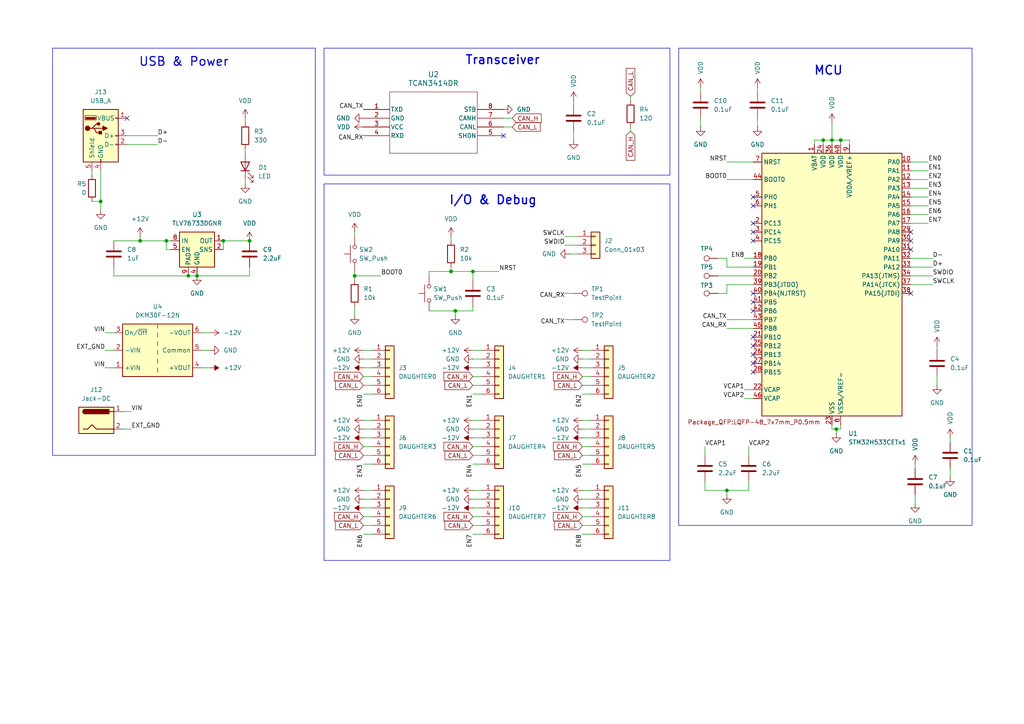
<source format=kicad_sch>
(kicad_sch (version 20231120) (generator "eeschema") (generator_version "8.0")
  (paper "A4")
  (lib_symbols
    (symbol "Connector:Jack-DC" (pin_names (offset 1.016))
      (property "Reference" "J12" (at 0 8.89 0))
      (property "Value" "Jack-DC" (at 0 6.35 0))
      (symbol "Jack-DC_1_1"
        (pin power_out line (at 7.62 2.54 180) (length 2.54) (name "~") (number "1"))
        (pin power_out line (at 7.62 -2.54 180) (length 2.54) (name "~") (number "2"))
      )
    )
    (symbol "Connector:TestPoint" (pin_numbers hide) (pin_names (offset 0.762) hide)
      (property "Reference" "TP" (at 0 6.858 0))
      (property "Value" "TestPoint" (at 0 5.08 0))
      (symbol "TestPoint_1_1"
        (pin passive line (at 0 0 90) (length 2.54) (name "1") (number "1"))
      )
    )
    (symbol "Connector:USB_A" (pin_names (offset 1.016))
      (property "Reference" "J" (at -5.08 11.43 0))
      (property "Value" "USB_A" (at -5.08 8.89 0))
      (symbol "USB_A_1_1"
        (pin power_in line (at 7.62 5.08 180) (length 2.54) (name "VBUS") (number "1"))
        (pin bidirectional line (at 7.62 -2.54 180) (length 2.54) (name "D-") (number "2"))
        (pin bidirectional line (at 7.62 0 180) (length 2.54) (name "D+") (number "3"))
        (pin power_in line (at 0 -10.16 90) (length 2.54) (name "GND") (number "4"))
        (pin passive line (at -2.54 -10.16 90) (length 2.54) (name "Shield") (number "5"))
      )
    )
    (symbol "Connector_Generic:Conn_01x03" (pin_names (offset 1.016) hide)
      (property "Reference" "J" (at 0 5.08 0))
      (property "Value" "Conn_01x03" (at 0 -5.08 0))
      (symbol "Conn_01x03_1_1"
        (pin passive line (at -5.08 2.54 0) (length 3.81) (name "Pin_1") (number "1"))
        (pin passive line (at -5.08 0 0) (length 3.81) (name "Pin_2") (number "2"))
        (pin passive line (at -5.08 -2.54 0) (length 3.81) (name "Pin_3") (number "3"))
      )
    )
    (symbol "Connector_Generic:Conn_01x06" (pin_names (offset 1.016) hide)
      (property "Reference" "J" (at 0 7.62 0))
      (property "Value" "Conn_01x06" (at 0 -10.16 0))
      (symbol "Conn_01x06_1_1"
        (pin passive line (at -5.08 5.08 0) (length 3.81) (name "Pin_1") (number "1"))
        (pin passive line (at -5.08 2.54 0) (length 3.81) (name "Pin_2") (number "2"))
        (pin passive line (at -5.08 0 0) (length 3.81) (name "Pin_3") (number "3"))
        (pin passive line (at -5.08 -2.54 0) (length 3.81) (name "Pin_4") (number "4"))
        (pin passive line (at -5.08 -5.08 0) (length 3.81) (name "Pin_5") (number "5"))
        (pin passive line (at -5.08 -7.62 0) (length 3.81) (name "Pin_6") (number "6"))
      )
    )
    (symbol "DDRLibrary:DKM30F-12N"
      (property "Reference" "U" (at -8.89 8.89 0))
      (property "Value" "DKM30F-12N" (at 8.89 8.89 0))
      (symbol "DKM30F-12N_1_1"
        (pin power_in line (at -12.7 -5.08 0) (length 2.54) (name "+VIN") (number "1"))
        (pin power_in line (at -12.7 0 0) (length 2.54) (name "-VIN") (number "2"))
        (pin input line (at -12.7 5.08 0) (length 2.54) (name "On/~{Off}") (number "3"))
        (pin power_out line (at 12.7 -5.08 180) (length 2.54) (name "+VOUT") (number "4"))
        (pin power_out line (at 12.7 0 180) (length 2.54) (name "Common") (number "5"))
        (pin power_out line (at 12.7 5.08 180) (length 2.54) (name "-VOUT") (number "6"))
      )
    )
    (symbol "DDRLibrary:PTCAN3414DR" (pin_names (offset 0.254))
      (property "Reference" "U" (at 20.32 10.16 0))
      (property "Value" "PTCAN3414DR" (at 20.32 7.62 0))
      (symbol "PTCAN3414DR_0_1"
        (pin input line (at 0 0 0) (length 7.62) (name "TXD") (number "1"))
        (pin power_in line (at 0 -5.08 0) (length 7.62) (name "VCC") (number "3"))
        (pin output line (at 0 -7.62 0) (length 7.62) (name "RXD") (number "4"))
        (pin input line (at 40.64 -7.62 180) (length 7.62) (name "SHDN") (number "5"))
        (pin bidirectional line (at 40.64 -5.08 180) (length 7.62) (name "CANL") (number "6"))
        (pin bidirectional line (at 40.64 -2.54 180) (length 7.62) (name "CANH") (number "7"))
        (pin input line (at 40.64 0 180) (length 7.62) (name "STB") (number "8"))
      )
      (symbol "PTCAN3414DR_1_1"
        (pin power_in line (at 0 -2.54 0) (length 7.62) (name "GND") (number "2"))
      )
    )
    (symbol "DDRLibrary:STM32H533CET6"
      (property "Reference" "STM32H533CETx" (at 14.478 39.878 0))
      (symbol "STM32H533CET6_1_1"
        (text private "https://www.st.com/resource/en/datasheet/stm32h533ce.pdf" (at -0.508 -6.096 0) (effects (font (size 1.27 1.27))))
        (text "Package_QFP:LQFP-48_7x7mm_P0.5mm" (at -22.606 -39.878 0) (effects (font (size 1.27 1.27))))
        (pin power_in line (at -5.08 40.64 270) (length 2.54) (name "VBAT") (number "1"))
        (pin bidirectional line (at 22.86 35.56 180) (length 2.54) (name "PA0") (number "10"))
        (pin bidirectional line (at 22.86 33.02 180) (length 2.54) (name "PA1") (number "11"))
        (pin bidirectional line (at 22.86 30.48 180) (length 2.54) (name "PA2") (number "12"))
        (pin bidirectional line (at 22.86 27.94 180) (length 2.54) (name "PA3") (number "13"))
        (pin bidirectional line (at 22.86 25.4 180) (length 2.54) (name "PA4") (number "14"))
        (pin bidirectional line (at 22.86 22.86 180) (length 2.54) (name "PA5") (number "15"))
        (pin bidirectional line (at 22.86 20.32 180) (length 2.54) (name "PA6") (number "16"))
        (pin bidirectional line (at 22.86 17.78 180) (length 2.54) (name "PA7") (number "17"))
        (pin bidirectional line (at -22.86 7.62 0) (length 2.54) (name "PB0") (number "18"))
        (pin bidirectional line (at -22.86 5.08 0) (length 2.54) (name "PB1") (number "19"))
        (pin bidirectional line (at -22.86 17.78 0) (length 2.54) (name "PC13") (number "2"))
        (pin bidirectional line (at -22.86 2.54 0) (length 2.54) (name "PB2") (number "20"))
        (pin bidirectional line (at -22.86 -15.24 0) (length 2.54) (name "PB10") (number "21"))
        (pin power_out line (at -22.86 -30.48 0) (length 2.54) (name "VCAP") (number "22"))
        (pin power_in line (at 0 -40.64 90) (length 2.54) (name "VSS") (number "23"))
        (pin power_in line (at -2.54 40.64 270) (length 2.54) (name "VDD") (number "24"))
        (pin bidirectional line (at -22.86 -17.78 0) (length 2.54) (name "PB12") (number "25"))
        (pin bidirectional line (at -22.86 -20.32 0) (length 2.54) (name "PB13") (number "26"))
        (pin bidirectional line (at -22.86 -22.86 0) (length 2.54) (name "PB14") (number "27"))
        (pin bidirectional line (at -22.86 -25.4 0) (length 2.54) (name "PB15") (number "28"))
        (pin bidirectional line (at 22.86 15.24 180) (length 2.54) (name "PA8") (number "29"))
        (pin bidirectional line (at -22.86 15.24 0) (length 2.54) (name "PC14") (number "3"))
        (pin bidirectional line (at 22.86 12.7 180) (length 2.54) (name "PA9") (number "30"))
        (pin bidirectional line (at 22.86 10.16 180) (length 2.54) (name "PA10") (number "31"))
        (pin bidirectional line (at 22.86 7.62 180) (length 2.54) (name "PA11") (number "32"))
        (pin bidirectional line (at 22.86 5.08 180) (length 2.54) (name "PA12") (number "33"))
        (pin bidirectional line (at 22.86 2.54 180) (length 2.54) (name "PA13(JTMS)") (number "34"))
        (pin passive line (at 0 -40.64 90) (length 2.54) hide (name "VSS") (number "35"))
        (pin power_in line (at 0 40.64 270) (length 2.54) (name "VDD") (number "36"))
        (pin bidirectional line (at 22.86 0 180) (length 2.54) (name "PA14(JTCK)") (number "37"))
        (pin bidirectional line (at 22.86 -2.54 180) (length 2.54) (name "PA15(JTDI)") (number "38"))
        (pin bidirectional line (at -22.86 0 0) (length 2.54) (name "PB3(JTDO)") (number "39"))
        (pin bidirectional line (at -22.86 12.7 0) (length 2.54) (name "PC15") (number "4"))
        (pin bidirectional line (at -22.86 -2.54 0) (length 2.54) (name "PB4(NJTRST)") (number "40"))
        (pin bidirectional line (at -22.86 -5.08 0) (length 2.54) (name "PB5") (number "41"))
        (pin bidirectional line (at -22.86 -7.62 0) (length 2.54) (name "PB6") (number "42"))
        (pin bidirectional line (at -22.86 -10.16 0) (length 2.54) (name "PB7") (number "43"))
        (pin input line (at -22.86 30.48 0) (length 2.54) (name "BOOT0") (number "44"))
        (pin bidirectional line (at -22.86 -12.7 0) (length 2.54) (name "PB8") (number "45"))
        (pin power_out line (at -22.86 -33.02 0) (length 2.54) (name "VCAP") (number "46"))
        (pin passive line (at 0 -40.64 90) (length 2.54) hide (name "VSS") (number "47"))
        (pin power_in line (at 2.54 40.64 270) (length 2.54) (name "VDD") (number "48"))
        (pin bidirectional line (at -22.86 25.4 0) (length 2.54) (name "PH0") (number "5"))
        (pin bidirectional line (at -22.86 22.86 0) (length 2.54) (name "PH1") (number "6"))
        (pin input line (at -22.86 35.56 0) (length 2.54) (name "NRST") (number "7"))
        (pin power_in line (at 2.54 -40.64 90) (length 2.54) (name "VSSA/VREF-") (number "8"))
        (pin power_in line (at 5.08 40.64 270) (length 2.54) (name "VDDA/VREF+") (number "9"))
      )
    )
    (symbol "DDRLibrary:TLV76733DGNR"
      (property "Reference" "U" (at 0 8.89 0))
      (property "Value" "TLV76733DGNR" (at 0 6.35 0))
      (symbol "TLV76733DGNR_1_1"
        (pin power_out line (at 7.62 2.54 180) (length 2.54) (name "OUT") (number "1"))
        (pin input line (at 7.62 0 180) (length 2.54) (name "SNS") (number "2"))
        (pin no_connect line (at 5.08 -2.54 180) (length 2.54) hide (name "NC") (number "3"))
        (pin power_in line (at 0 -7.62 90) (length 2.54) (name "GND") (number "4"))
        (pin input line (at -7.62 0 0) (length 2.54) (name "EN") (number "5"))
        (pin power_in line (at 0 -7.62 90) (length 2.54) hide (name "GND") (number "6"))
        (pin no_connect line (at -5.08 -2.54 0) (length 2.54) hide (name "NC") (number "7"))
        (pin power_in line (at -7.62 2.54 0) (length 2.54) (name "IN") (number "8"))
        (pin passive line (at -2.54 -7.62 90) (length 2.54) (name "PAD") (number "9"))
      )
    )
    (symbol "Device:C" (pin_numbers hide) (pin_names (offset 0.254))
      (property "Reference" "C" (at 0.635 2.54 0))
      (property "Value" "C" (at 0.635 -2.54 0))
      (symbol "C_1_1"
        (pin passive line (at 0 3.81 270) (length 2.794) (name "~") (number "1"))
        (pin passive line (at 0 -3.81 90) (length 2.794) (name "~") (number "2"))
      )
    )
    (symbol "Device:LED" (pin_numbers hide) (pin_names (offset 1.016) hide)
      (property "Reference" "D" (at 0 2.54 0))
      (property "Value" "LED" (at 0 -2.54 0))
      (symbol "LED_1_1"
        (pin passive line (at -3.81 0 0) (length 2.54) (name "K") (number "1"))
        (pin passive line (at 3.81 0 180) (length 2.54) (name "A") (number "2"))
      )
    )
    (symbol "Device:R" (pin_numbers hide) (pin_names (offset 0))
      (property "Reference" "R" (at 2.032 0 90))
      (property "Value" "R" (at 0 0 90))
      (symbol "R_1_1"
        (pin passive line (at 0 3.81 270) (length 1.27) (name "~") (number "1"))
        (pin passive line (at 0 -3.81 90) (length 1.27) (name "~") (number "2"))
      )
    )
    (symbol "Switch:SW_Push" (pin_numbers hide) (pin_names (offset 1.016) hide)
      (property "Reference" "SW" (at 1.27 2.54 0))
      (property "Value" "SW_Push" (at 0 -1.524 0))
      (symbol "SW_Push_0_1"
        (pin passive line (at -5.08 0 0) (length 2.54) (name "1") (number "1"))
        (pin passive line (at 5.08 0 180) (length 2.54) (name "2") (number "2"))
      )
    )
    (symbol "power:+12V" (power) (pin_numbers hide) (pin_names (offset 0) hide)
      (property "Value" "+12V" (at 0 5.08 0))
      (symbol "+12V_1_1"
        (pin power_in line (at 0 0 90) (length 0) (name "~") (number "1"))
      )
    )
    (symbol "power:-12V" (power) (pin_numbers hide) (pin_names (offset 0) hide)
      (property "Value" "-12V" (at 0 3.556 0))
      (symbol "-12V_0_0"
        (pin power_in line (at 0 0 90) (length 0) (name "~") (number "1"))
      )
    )
    (symbol "power:GND" (power) (pin_numbers hide) (pin_names (offset 0) hide)
      (property "Value" "GND" (at 0 -3.81 0))
      (symbol "GND_1_1"
        (pin power_in line (at 0 0 270) (length 0) (name "~") (number "1"))
      )
    )
    (symbol "power:VDD" (power) (pin_numbers hide) (pin_names (offset 0) hide)
      (property "Value" "VDD" (at 0 3.556 0))
      (symbol "VDD_1_1"
        (pin power_in line (at 0 0 90) (length 0) (name "~") (number "1"))
      )
    )
  )
  (junction (at 54.61 80.01))
  (junction (at 64.77 69.85))
  (junction (at 102.87 80.01))
  (junction (at 132.08 90.17))
  (junction (at 238.76 40.64))
  (junction (at 241.3 40.64))
  (junction (at 242.57 124.46))
  (junction (at 57.15 80.01))
  (junction (at 137.16 78.74))
  (junction (at 72.39 69.85))
  (junction (at 243.84 40.64))
  (junction (at 29.21 58.42))
  (junction (at 40.64 69.85))
  (junction (at 48.26 69.85))
  (junction (at 210.82 142.24))
  (junction (at 130.81 78.74))
  (no_connect (at 218.44 102.87))
  (no_connect (at 218.44 90.17))
  (no_connect (at 218.44 107.95))
  (no_connect (at 218.44 85.09))
  (no_connect (at 218.44 67.31))
  (no_connect (at 218.44 59.69))
  (no_connect (at 218.44 64.77))
  (no_connect (at 264.16 69.85))
  (no_connect (at 218.44 100.33))
  (no_connect (at 36.83 34.29))
  (no_connect (at 146.05 39.37))
  (no_connect (at 218.44 69.85))
  (no_connect (at 218.44 87.63))
  (no_connect (at 264.16 72.39))
  (no_connect (at 264.16 67.31))
  (no_connect (at 218.44 57.15))
  (no_connect (at 264.16 85.09))
  (no_connect (at 218.44 97.79))
  (no_connect (at 218.44 105.41))
  (wire (pts (xy 137.16 90.17) (xy 132.08 90.17)))
  (wire (pts (xy 105.41 154.94) (xy 107.95 154.94)))
  (wire (pts (xy 30.48 101.6) (xy 33.02 101.6)))
  (wire (pts (xy 130.81 77.47) (xy 130.81 78.74)))
  (wire (pts (xy 105.41 109.22) (xy 107.95 109.22)))
  (wire (pts (xy 204.47 139.7) (xy 204.47 142.24)))
  (wire (pts (xy 217.17 142.24) (xy 210.82 142.24)))
  (wire (pts (xy 105.41 144.78) (xy 107.95 144.78)))
  (wire (pts (xy 163.83 92.71) (xy 166.37 92.71)))
  (wire (pts (xy 238.76 40.64) (xy 241.3 40.64)))
  (wire (pts (xy 168.91 127) (xy 171.45 127)))
  (wire (pts (xy 137.16 127) (xy 139.7 127)))
  (wire (pts (xy 105.41 147.32) (xy 107.95 147.32)))
  (wire (pts (xy 264.16 57.15) (xy 269.24 57.15)))
  (wire (pts (xy 168.91 124.46) (xy 171.45 124.46)))
  (wire (pts (xy 168.91 129.54) (xy 171.45 129.54)))
  (wire (pts (xy 241.3 35.56) (xy 241.3 40.64)))
  (wire (pts (xy 264.16 62.23) (xy 269.24 62.23)))
  (wire (pts (xy 215.9 115.57) (xy 218.44 115.57)))
  (wire (pts (xy 130.81 78.74) (xy 137.16 78.74)))
  (wire (pts (xy 271.78 109.22) (xy 271.78 111.76)))
  (wire (pts (xy 58.42 101.6) (xy 60.96 101.6)))
  (wire (pts (xy 71.12 43.18) (xy 71.12 44.45)))
  (wire (pts (xy 26.67 49.53) (xy 26.67 50.8)))
  (wire (pts (xy 210.82 52.07) (xy 218.44 52.07)))
  (wire (pts (xy 217.17 139.7) (xy 217.17 142.24)))
  (wire (pts (xy 33.02 69.85) (xy 40.64 69.85)))
  (wire (pts (xy 137.16 101.6) (xy 139.7 101.6)))
  (wire (pts (xy 163.83 71.12) (xy 167.64 71.12)))
  (wire (pts (xy 236.22 40.64) (xy 238.76 40.64)))
  (wire (pts (xy 168.91 154.94) (xy 171.45 154.94)))
  (wire (pts (xy 167.64 73.66) (xy 165.1 73.66)))
  (wire (pts (xy 243.84 123.19) (xy 243.84 124.46)))
  (wire (pts (xy 137.16 111.76) (xy 139.7 111.76)))
  (wire (pts (xy 275.59 127) (xy 275.59 128.27)))
  (wire (pts (xy 215.9 113.03) (xy 218.44 113.03)))
  (wire (pts (xy 241.3 40.64) (xy 243.84 40.64)))
  (wire (pts (xy 64.77 69.85) (xy 72.39 69.85)))
  (wire (pts (xy 132.08 90.17) (xy 124.46 90.17)))
  (wire (pts (xy 264.16 64.77) (xy 269.24 64.77)))
  (wire (pts (xy 137.16 124.46) (xy 139.7 124.46)))
  (wire (pts (xy 210.82 77.47) (xy 218.44 77.47)))
  (wire (pts (xy 29.21 58.42) (xy 29.21 60.96)))
  (wire (pts (xy 210.82 82.55) (xy 210.82 85.09)))
  (wire (pts (xy 71.12 34.29) (xy 71.12 35.56)))
  (wire (pts (xy 40.64 68.58) (xy 40.64 69.85)))
  (wire (pts (xy 58.42 106.68) (xy 60.96 106.68)))
  (wire (pts (xy 219.71 34.29) (xy 219.71 36.83)))
  (wire (pts (xy 48.26 69.85) (xy 48.26 72.39)))
  (wire (pts (xy 264.16 80.01) (xy 270.51 80.01)))
  (wire (pts (xy 265.43 143.51) (xy 265.43 146.05)))
  (wire (pts (xy 168.91 147.32) (xy 171.45 147.32)))
  (wire (pts (xy 168.91 152.4) (xy 171.45 152.4)))
  (wire (pts (xy 54.61 80.01) (xy 57.15 80.01)))
  (wire (pts (xy 204.47 129.54) (xy 204.47 132.08)))
  (wire (pts (xy 105.41 114.3) (xy 107.95 114.3)))
  (wire (pts (xy 168.91 109.22) (xy 171.45 109.22)))
  (wire (pts (xy 243.84 124.46) (xy 242.57 124.46)))
  (wire (pts (xy 242.57 124.46) (xy 242.57 125.73)))
  (wire (pts (xy 264.16 46.99) (xy 269.24 46.99)))
  (wire (pts (xy 137.16 154.94) (xy 139.7 154.94)))
  (wire (pts (xy 137.16 134.62) (xy 139.7 134.62)))
  (wire (pts (xy 130.81 68.58) (xy 130.81 69.85)))
  (wire (pts (xy 137.16 144.78) (xy 139.7 144.78)))
  (wire (pts (xy 33.02 77.47) (xy 33.02 80.01)))
  (wire (pts (xy 36.83 39.37) (xy 45.72 39.37)))
  (wire (pts (xy 204.47 142.24) (xy 210.82 142.24)))
  (wire (pts (xy 210.82 74.93) (xy 210.82 77.47)))
  (wire (pts (xy 146.05 36.83) (xy 148.59 36.83)))
  (wire (pts (xy 264.16 49.53) (xy 269.24 49.53)))
  (wire (pts (xy 168.91 149.86) (xy 171.45 149.86)))
  (wire (pts (xy 241.3 124.46) (xy 241.3 123.19)))
  (wire (pts (xy 137.16 132.08) (xy 139.7 132.08)))
  (wire (pts (xy 264.16 54.61) (xy 269.24 54.61)))
  (wire (pts (xy 124.46 78.74) (xy 124.46 80.01)))
  (wire (pts (xy 238.76 40.64) (xy 238.76 41.91)))
  (wire (pts (xy 168.91 106.68) (xy 171.45 106.68)))
  (wire (pts (xy 102.87 88.9) (xy 102.87 91.44)))
  (wire (pts (xy 137.16 106.68) (xy 139.7 106.68)))
  (wire (pts (xy 105.41 149.86) (xy 107.95 149.86)))
  (wire (pts (xy 163.83 68.58) (xy 167.64 68.58)))
  (wire (pts (xy 264.16 59.69) (xy 269.24 59.69)))
  (wire (pts (xy 182.88 27.94) (xy 182.88 29.21)))
  (wire (pts (xy 265.43 134.62) (xy 265.43 135.89)))
  (wire (pts (xy 243.84 40.64) (xy 246.38 40.64)))
  (wire (pts (xy 168.91 142.24) (xy 171.45 142.24)))
  (wire (pts (xy 137.16 78.74) (xy 137.16 81.28)))
  (wire (pts (xy 219.71 25.4) (xy 219.71 26.67)))
  (wire (pts (xy 264.16 52.07) (xy 269.24 52.07)))
  (wire (pts (xy 182.88 36.83) (xy 182.88 38.1)))
  (wire (pts (xy 105.41 104.14) (xy 107.95 104.14)))
  (wire (pts (xy 105.41 129.54) (xy 107.95 129.54)))
  (wire (pts (xy 210.82 92.71) (xy 218.44 92.71)))
  (wire (pts (xy 243.84 40.64) (xy 243.84 41.91)))
  (wire (pts (xy 137.16 142.24) (xy 139.7 142.24)))
  (wire (pts (xy 105.41 127) (xy 107.95 127)))
  (wire (pts (xy 48.26 69.85) (xy 49.53 69.85)))
  (wire (pts (xy 48.26 72.39) (xy 49.53 72.39)))
  (wire (pts (xy 242.57 124.46) (xy 241.3 124.46)))
  (wire (pts (xy 30.48 96.52) (xy 33.02 96.52)))
  (wire (pts (xy 241.3 40.64) (xy 241.3 41.91)))
  (wire (pts (xy 102.87 68.58) (xy 102.87 67.31)))
  (wire (pts (xy 168.91 132.08) (xy 171.45 132.08)))
  (wire (pts (xy 102.87 80.01) (xy 110.49 80.01)))
  (wire (pts (xy 137.16 114.3) (xy 139.7 114.3)))
  (wire (pts (xy 218.44 82.55) (xy 210.82 82.55)))
  (wire (pts (xy 208.28 74.93) (xy 210.82 74.93)))
  (wire (pts (xy 137.16 109.22) (xy 139.7 109.22)))
  (wire (pts (xy 105.41 152.4) (xy 107.95 152.4)))
  (wire (pts (xy 64.77 69.85) (xy 64.77 72.39)))
  (wire (pts (xy 102.87 80.01) (xy 102.87 81.28)))
  (wire (pts (xy 217.17 129.54) (xy 217.17 132.08)))
  (wire (pts (xy 137.16 78.74) (xy 144.78 78.74)))
  (wire (pts (xy 168.91 121.92) (xy 171.45 121.92)))
  (wire (pts (xy 105.41 111.76) (xy 107.95 111.76)))
  (wire (pts (xy 105.41 124.46) (xy 107.95 124.46)))
  (wire (pts (xy 168.91 134.62) (xy 171.45 134.62)))
  (wire (pts (xy 246.38 40.64) (xy 246.38 41.91)))
  (wire (pts (xy 208.28 80.01) (xy 218.44 80.01)))
  (wire (pts (xy 271.78 100.33) (xy 271.78 101.6)))
  (wire (pts (xy 105.41 134.62) (xy 107.95 134.62)))
  (wire (pts (xy 105.41 142.24) (xy 107.95 142.24)))
  (wire (pts (xy 102.87 78.74) (xy 102.87 80.01)))
  (wire (pts (xy 168.91 101.6) (xy 171.45 101.6)))
  (wire (pts (xy 137.16 88.9) (xy 137.16 90.17)))
  (wire (pts (xy 29.21 49.53) (xy 29.21 58.42)))
  (wire (pts (xy 137.16 121.92) (xy 139.7 121.92)))
  (wire (pts (xy 36.83 41.91) (xy 45.72 41.91)))
  (wire (pts (xy 275.59 135.89) (xy 275.59 138.43)))
  (wire (pts (xy 72.39 77.47) (xy 72.39 80.01)))
  (wire (pts (xy 26.67 58.42) (xy 29.21 58.42)))
  (wire (pts (xy 215.9 74.93) (xy 218.44 74.93)))
  (wire (pts (xy 166.37 29.21) (xy 166.37 30.48)))
  (wire (pts (xy 163.83 85.09) (xy 166.37 85.09)))
  (wire (pts (xy 210.82 95.25) (xy 218.44 95.25)))
  (wire (pts (xy 148.59 34.29) (xy 146.05 34.29)))
  (wire (pts (xy 105.41 101.6) (xy 107.95 101.6)))
  (wire (pts (xy 130.81 78.74) (xy 124.46 78.74)))
  (wire (pts (xy 105.41 121.92) (xy 107.95 121.92)))
  (wire (pts (xy 35.56 124.46) (xy 38.1 124.46)))
  (wire (pts (xy 137.16 149.86) (xy 139.7 149.86)))
  (wire (pts (xy 137.16 104.14) (xy 139.7 104.14)))
  (wire (pts (xy 203.2 25.4) (xy 203.2 26.67)))
  (wire (pts (xy 264.16 77.47) (xy 270.51 77.47)))
  (wire (pts (xy 264.16 74.93) (xy 270.51 74.93)))
  (wire (pts (xy 210.82 143.51) (xy 210.82 142.24)))
  (wire (pts (xy 166.37 38.1) (xy 166.37 40.64)))
  (wire (pts (xy 168.91 104.14) (xy 171.45 104.14)))
  (wire (pts (xy 72.39 80.01) (xy 57.15 80.01)))
  (wire (pts (xy 210.82 46.99) (xy 218.44 46.99)))
  (wire (pts (xy 203.2 34.29) (xy 203.2 36.83)))
  (wire (pts (xy 30.48 106.68) (xy 33.02 106.68)))
  (wire (pts (xy 208.28 85.09) (xy 210.82 85.09)))
  (wire (pts (xy 264.16 82.55) (xy 270.51 82.55)))
  (wire (pts (xy 105.41 132.08) (xy 107.95 132.08)))
  (wire (pts (xy 40.64 69.85) (xy 48.26 69.85)))
  (wire (pts (xy 236.22 41.91) (xy 236.22 40.64)))
  (wire (pts (xy 105.41 106.68) (xy 107.95 106.68)))
  (wire (pts (xy 58.42 96.52) (xy 60.96 96.52)))
  (wire (pts (xy 137.16 129.54) (xy 139.7 129.54)))
  (wire (pts (xy 168.91 114.3) (xy 171.45 114.3)))
  (wire (pts (xy 71.12 52.07) (xy 71.12 53.34)))
  (wire (pts (xy 33.02 80.01) (xy 54.61 80.01)))
  (wire (pts (xy 132.08 90.17) (xy 132.08 91.44)))
  (wire (pts (xy 137.16 147.32) (xy 139.7 147.32)))
  (wire (pts (xy 168.91 111.76) (xy 171.45 111.76)))
  (wire (pts (xy 35.56 119.38) (xy 38.1 119.38)))
  (wire (pts (xy 137.16 152.4) (xy 139.7 152.4)))
  (wire (pts (xy 168.91 144.78) (xy 171.45 144.78)))
  (rectangle (start 196.85 13.97) (end 281.94 152.4))
  (rectangle (start 93.98 53.34) (end 194.31 162.56))
  (rectangle (start 15.24 13.97) (end 91.44 132.08))
  (rectangle (start 93.98 13.97) (end 194.31 50.8))
  (text "I/O & Debug" (at 143.002 58.166 0) (effects (font (size 2.54 2.54) (thickness 0.381) (bold yes))))
  (text "USB & Power" (at 53.34 18.034 0) (effects (font (size 2.54 2.54) (thickness 0.3175))))
  (text "Transceiver\n" (at 145.796 17.526 0) (effects (font (size 2.54 2.54) (thickness 0.381) (bold yes))))
  (text "MCU" (at 240.284 20.574 0) (effects (font (size 2.54 2.54) (thickness 0.381) (bold yes))))
  (label "EN0" (at 269.24 46.99 0))
  (label "EN6" (at 105.41 154.94 270))
  (label "D-" (at 45.72 41.91 0))
  (label "D+" (at 270.51 77.47 0))
  (label "VIN" (at 30.48 106.68 180))
  (label "EN2" (at 269.24 52.07 0))
  (label "EN1" (at 269.24 49.53 0))
  (label "EN1" (at 137.16 114.3 270))
  (label "BOOT0" (at 210.82 52.07 180))
  (label "SWCLK" (at 163.83 68.58 180))
  (label "EXT_GND" (at 30.48 101.6 180))
  (label "SWCLK" (at 270.51 82.55 0))
  (label "CAN_RX" (at 163.83 85.09 180))
  (label "NRST" (at 144.78 78.74 0))
  (label "EN3" (at 105.41 134.62 270))
  (label "EN4" (at 269.24 57.15 0))
  (label "VCAP1" (at 204.47 129.54 0))
  (label "CAN_RX" (at 210.82 95.25 180))
  (label "SWDIO" (at 163.83 71.12 180))
  (label "EN8" (at 168.91 154.94 270))
  (label "EN5" (at 168.91 134.62 270))
  (label "BOOT0" (at 110.49 80.01 0))
  (label "EN7" (at 269.24 64.77 0))
  (label "NRST" (at 210.82 46.99 180))
  (label "CAN_TX" (at 210.82 92.71 180))
  (label "EXT_GND" (at 38.1 124.46 0))
  (label "VCAP2" (at 217.17 129.54 0))
  (label "D+" (at 45.72 39.37 0))
  (label "EN4" (at 137.16 134.62 270))
  (label "EN0" (at 105.41 114.3 270))
  (label "CAN_RX" (at 105.41 39.37 180))
  (label "EN8" (at 215.9 74.93 180))
  (label "VIN" (at 38.1 119.38 0))
  (label "D-" (at 270.51 74.93 0))
  (label "EN2" (at 168.91 114.3 270))
  (label "EN6" (at 269.24 62.23 0))
  (label "VCAP1" (at 215.9 113.03 180))
  (label "EN5" (at 269.24 59.69 0))
  (label "VIN" (at 30.48 96.52 180))
  (label "CAN_TX" (at 105.41 31.75 180))
  (label "VCAP2" (at 215.9 115.57 180))
  (label "SWDIO" (at 270.51 80.01 0))
  (label "EN7" (at 137.16 154.94 270))
  (label "EN3" (at 269.24 54.61 0))
  (label "CAN_TX" (at 163.83 92.71 180))
  (global_label "CAN_H" (shape input) (at 182.88 38.1 270) (property "Intersheetrefs" "${INTERSHEET_REFS}" (effects (hide yes))))
  (global_label "CAN_L" (shape input) (at 105.41 152.4 180) (property "Intersheetrefs" "${INTERSHEET_REFS}" (effects (hide yes))))
  (global_label "CAN_H" (shape input) (at 168.91 109.22 180) (property "Intersheetrefs" "${INTERSHEET_REFS}" (effects (hide yes))))
  (global_label "CAN_H" (shape input) (at 168.91 129.54 180) (property "Intersheetrefs" "${INTERSHEET_REFS}" (effects (hide yes))))
  (global_label "CAN_H" (shape input) (at 148.59 34.29 0) (property "Intersheetrefs" "${INTERSHEET_REFS}" (effects (hide yes))))
  (global_label "CAN_H" (shape input) (at 105.41 149.86 180) (property "Intersheetrefs" "${INTERSHEET_REFS}" (effects (hide yes))))
  (global_label "CAN_L" (shape input) (at 137.16 152.4 180) (property "Intersheetrefs" "${INTERSHEET_REFS}" (effects (hide yes))))
  (global_label "CAN_H" (shape input) (at 137.16 129.54 180) (property "Intersheetrefs" "${INTERSHEET_REFS}" (effects (hide yes))))
  (global_label "CAN_L" (shape input) (at 105.41 111.76 180) (property "Intersheetrefs" "${INTERSHEET_REFS}" (effects (hide yes))))
  (global_label "CAN_H" (shape input) (at 105.41 129.54 180) (property "Intersheetrefs" "${INTERSHEET_REFS}" (effects (hide yes))))
  (global_label "CAN_L" (shape input) (at 182.88 27.94 90) (property "Intersheetrefs" "${INTERSHEET_REFS}" (effects (hide yes))))
  (global_label "CAN_L" (shape input) (at 137.16 111.76 180) (property "Intersheetrefs" "${INTERSHEET_REFS}" (effects (hide yes))))
  (global_label "CAN_L" (shape input) (at 168.91 152.4 180) (property "Intersheetrefs" "${INTERSHEET_REFS}" (effects (hide yes))))
  (global_label "CAN_L" (shape input) (at 148.59 36.83 0) (property "Intersheetrefs" "${INTERSHEET_REFS}" (effects (hide yes))))
  (global_label "CAN_L" (shape input) (at 168.91 111.76 180) (property "Intersheetrefs" "${INTERSHEET_REFS}" (effects (hide yes))))
  (global_label "CAN_H" (shape input) (at 168.91 149.86 180) (property "Intersheetrefs" "${INTERSHEET_REFS}" (effects (hide yes))))
  (global_label "CAN_L" (shape input) (at 137.16 132.08 180) (property "Intersheetrefs" "${INTERSHEET_REFS}" (effects (hide yes))))
  (global_label "CAN_H" (shape input) (at 137.16 109.22 180) (property "Intersheetrefs" "${INTERSHEET_REFS}" (effects (hide yes))))
  (global_label "CAN_H" (shape input) (at 137.16 149.86 180) (property "Intersheetrefs" "${INTERSHEET_REFS}" (effects (hide yes))))
  (global_label "CAN_H" (shape input) (at 105.41 109.22 180) (property "Intersheetrefs" "${INTERSHEET_REFS}" (effects (hide yes))))
  (global_label "CAN_L" (shape input) (at 105.41 132.08 180) (property "Intersheetrefs" "${INTERSHEET_REFS}" (effects (hide yes))))
  (global_label "CAN_L" (shape input) (at 168.91 132.08 180) (property "Intersheetrefs" "${INTERSHEET_REFS}" (effects (hide yes))))
  (symbol (lib_id "power:GND") (at 219.71 36.83 0) (unit 1)
    (property "Reference" "#PWR059" (effects (hide yes)))
    (property "Value" "GND" (at 219.71 41.91 0))
    (property "Description" "Power symbol creates a global label with name \"GND\" , ground" (effects (hide yes)))
  )
  (symbol (lib_id "Device:C") (at 219.71 30.48 0) (unit 1)
    (property "Reference" "C11" (at 223.52 29.2099 0) (effects (justify left)))
    (property "Value" "0.1uF" (at 223.52 31.7499 0) (effects (justify left)))
    (property "Footprint" "Capacitor_SMD:C_0805_2012Metric_Pad1.18x1.45mm_HandSolder" (effects (hide yes)))
    (property "Description" "Unpolarized capacitor" (effects (hide yes)))
  )
  (symbol (lib_id "power:VDD") (at 166.37 29.21 0) (unit 1)
    (property "Reference" "#PWR09" (effects (hide yes)))
    (property "Value" "VDD" (at 166.3701 25.4 90) (effects (justify left)))
    (property "Description" "Power symbol creates a global label with name \"VDD\"" (effects (hide yes)))
  )
  (symbol (lib_id "Connector_Generic:Conn_01x06") (at 144.78 127 0) (unit 1)
    (property "Reference" "J7" (at 147.32 126.9999 0) (effects (justify left)))
    (property "Value" "DAUGHTER4" (at 147.32 129.5399 0) (effects (justify left)))
    (property "Footprint" "Connector_JST:JST_XH_B6B-XH-A_1x06_P2.50mm_Vertical" (effects (hide yes)))
    (property "Description" "Generic connector, single row, 01x06, script generated (kicad-library-utils/schlib/autogen/connector/)" (effects (hide yes)))
  )
  (symbol (lib_id "Device:R") (at 182.88 33.02 0) (unit 1)
    (property "Reference" "R4" (at 185.42 31.7499 0) (effects (justify left)))
    (property "Value" "120" (at 185.42 34.2899 0) (effects (justify left)))
    (property "Footprint" "Resistor_SMD:R_0805_2012Metric_Pad1.20x1.40mm_HandSolder" (effects (hide yes)))
    (property "Description" "Resistor" (effects (hide yes)))
  )
  (symbol (lib_id "Device:C") (at 265.43 139.7 0) (unit 1)
    (property "Reference" "C7" (at 269.24 138.4299 0) (effects (justify left)))
    (property "Value" "0.1uF" (at 269.24 140.9699 0) (effects (justify left)))
    (property "Footprint" "Capacitor_SMD:C_0805_2012Metric_Pad1.18x1.45mm_HandSolder" (effects (hide yes)))
    (property "Description" "Unpolarized capacitor" (effects (hide yes)))
  )
  (symbol (lib_id "Connector_Generic:Conn_01x06") (at 113.03 147.32 0) (unit 1)
    (property "Reference" "J9" (at 115.57 147.3199 0) (effects (justify left)))
    (property "Value" "DAUGHTER6" (at 115.57 149.8599 0) (effects (justify left)))
    (property "Footprint" "Connector_JST:JST_XH_B6B-XH-A_1x06_P2.50mm_Vertical" (effects (hide yes)))
    (property "Description" "Generic connector, single row, 01x06, script generated (kicad-library-utils/schlib/autogen/connector/)" (effects (hide yes)))
  )
  (symbol (lib_id "power:+12V") (at 137.16 121.92 90) (unit 1)
    (property "Reference" "#PWR036" (effects (hide yes)))
    (property "Value" "+12V" (at 133.35 121.9199 90) (effects (justify left)))
    (property "Description" "Power symbol creates a global label with name \"+12V\"" (effects (hide yes)))
  )
  (symbol (lib_id "power:GND") (at 137.16 144.78 270) (unit 1)
    (property "Reference" "#PWR046" (effects (hide yes)))
    (property "Value" "GND" (at 133.35 144.7799 90) (effects (justify right)))
    (property "Description" "Power symbol creates a global label with name \"GND\" , ground" (effects (hide yes)))
  )
  (symbol (lib_id "DDRLibrary:PTCAN3414DR") (at 105.41 31.75 0) (unit 1)
    (property "Reference" "U2" (at 125.73 21.59 0) (effects (font (size 1.524 1.524))))
    (property "Value" "TCAN3414DR" (at 125.73 24.13 0) (effects (font (size 1.524 1.524))))
    (property "Footprint" "Package_SO:SOIC-8_3.9x4.9mm_P1.27mm" (effects (hide yes)))
    (property "Datasheet" "PTCAN3414DR" (effects (hide yes)))
  )
  (symbol (lib_id "power:GND") (at 105.41 34.29 270) (unit 1)
    (property "Reference" "#PWR06" (effects (hide yes)))
    (property "Value" "GND" (at 101.6 34.2899 90) (effects (justify right)))
    (property "Description" "Power symbol creates a global label with name \"GND\" , ground" (effects (hide yes)))
  )
  (symbol (lib_id "power:+12V") (at 60.96 96.52 270) (unit 1)
    (property "Reference" "#PWR051" (effects (hide yes)))
    (property "Value" "-12V" (at 64.77 96.5199 90) (effects (justify left)))
    (property "Description" "Power symbol creates a global label with name \"+12V\"" (effects (hide yes)))
  )
  (symbol (lib_id "power:GND") (at 168.91 104.14 270) (unit 1)
    (property "Reference" "#PWR031" (effects (hide yes)))
    (property "Value" "GND" (at 165.1 104.1399 90) (effects (justify right)))
    (property "Description" "Power symbol creates a global label with name \"GND\" , ground" (effects (hide yes)))
  )
  (symbol (lib_id "power:+12V") (at 168.91 121.92 90) (unit 1)
    (property "Reference" "#PWR039" (effects (hide yes)))
    (property "Value" "+12V" (at 165.1 121.9199 90) (effects (justify left)))
    (property "Description" "Power symbol creates a global label with name \"+12V\"" (effects (hide yes)))
  )
  (symbol (lib_id "power:GND") (at 146.05 31.75 90) (unit 1)
    (property "Reference" "#PWR08" (effects (hide yes)))
    (property "Value" "GND" (at 149.86 31.7499 90) (effects (justify right)))
    (property "Description" "Power symbol creates a global label with name \"GND\" , ground" (effects (hide yes)))
  )
  (symbol (lib_id "Device:C") (at 217.17 135.89 0) (unit 1)
    (property "Reference" "C6" (at 220.98 134.6199 0) (effects (justify left)))
    (property "Value" "2.2uF" (at 220.98 137.1599 0) (effects (justify left)))
    (property "Footprint" "Capacitor_SMD:C_0805_2012Metric_Pad1.18x1.45mm_HandSolder" (effects (hide yes)))
    (property "Description" "Unpolarized capacitor" (effects (hide yes)))
  )
  (symbol (lib_id "power:VDD") (at 265.43 134.62 0) (unit 1)
    (property "Reference" "#PWR054" (effects (hide yes)))
    (property "Value" "VDD" (at 265.4301 130.81 90) (effects (justify left)))
    (property "Description" "Power symbol creates a global label with name \"VDD\"" (effects (hide yes)))
  )
  (symbol (lib_id "power:GND") (at 203.2 36.83 0) (unit 1)
    (property "Reference" "#PWR057" (effects (hide yes)))
    (property "Value" "GND" (at 203.2 41.91 0))
    (property "Description" "Power symbol creates a global label with name \"GND\" , ground" (effects (hide yes)))
  )
  (symbol (lib_id "Device:R") (at 71.12 39.37 180) (unit 1)
    (property "Reference" "R3" (at 73.66 38.0999 0) (effects (justify right)))
    (property "Value" "330" (at 73.66 40.6399 0) (effects (justify right)))
    (property "Footprint" "Resistor_SMD:R_0805_2012Metric_Pad1.20x1.40mm_HandSolder" (effects (hide yes)))
    (property "Description" "Resistor" (effects (hide yes)))
  )
  (symbol (lib_id "Device:C") (at 203.2 30.48 0) (unit 1)
    (property "Reference" "C10" (at 207.01 29.2099 0) (effects (justify left)))
    (property "Value" "0.1uF" (at 207.01 31.7499 0) (effects (justify left)))
    (property "Footprint" "Capacitor_SMD:C_0805_2012Metric_Pad1.18x1.45mm_HandSolder" (effects (hide yes)))
    (property "Description" "Unpolarized capacitor" (effects (hide yes)))
  )
  (symbol (lib_id "Connector_Generic:Conn_01x06") (at 144.78 147.32 0) (unit 1)
    (property "Reference" "J10" (at 147.32 147.3199 0) (effects (justify left)))
    (property "Value" "DAUGHTER7" (at 147.32 149.8599 0) (effects (justify left)))
    (property "Footprint" "Connector_JST:JST_XH_B6B-XH-A_1x06_P2.50mm_Vertical" (effects (hide yes)))
    (property "Description" "Generic connector, single row, 01x06, script generated (kicad-library-utils/schlib/autogen/connector/)" (effects (hide yes)))
  )
  (symbol (lib_id "Device:C") (at 72.39 73.66 0) (unit 1)
    (property "Reference" "C9" (at 76.2 72.3899 0) (effects (justify left)))
    (property "Value" "2.2uF" (at 76.2 74.9299 0) (effects (justify left)))
    (property "Footprint" "Capacitor_SMD:C_0805_2012Metric_Pad1.18x1.45mm_HandSolder" (effects (hide yes)))
  )
  (symbol (lib_id "DDRLibrary:DKM30F-12N") (at 45.72 101.6 0) (unit 1)
    (property "Reference" "U4" (at 45.72 88.9 0))
    (property "Value" "DKM30F-12N" (at 45.72 91.44 0))
    (property "Footprint" "Library:DKM30F-12N" (effects (hide yes)))
    (property "Datasheet" "https://www.meanwell.com/webapp/product/search.aspx?prod=DKM30-N" (effects (hide yes)))
    (property "Description" "Isolated DC/DC Converter +-12Vout 1.25A 9-36Vin" (effects (hide yes)))
  )
  (symbol (lib_id "power:GND") (at 168.91 124.46 270) (unit 1)
    (property "Reference" "#PWR040" (effects (hide yes)))
    (property "Value" "GND" (at 165.1 124.4599 90) (effects (justify right)))
    (property "Description" "Power symbol creates a global label with name \"GND\" , ground" (effects (hide yes)))
  )
  (symbol (lib_id "Device:C") (at 166.37 34.29 0) (unit 1)
    (property "Reference" "C2" (at 170.18 33.0199 0) (effects (justify left)))
    (property "Value" "0.1uF" (at 170.18 35.5599 0) (effects (justify left)))
    (property "Footprint" "Capacitor_SMD:C_0805_2012Metric_Pad1.18x1.45mm_HandSolder" (effects (hide yes)))
    (property "Description" "Unpolarized capacitor" (effects (hide yes)))
  )
  (symbol (lib_id "power:+12V") (at 168.91 142.24 90) (unit 1)
    (property "Reference" "#PWR048" (effects (hide yes)))
    (property "Value" "+12V" (at 165.1 142.2399 90) (effects (justify left)))
    (property "Description" "Power symbol creates a global label with name \"+12V\"" (effects (hide yes)))
  )
  (symbol (lib_id "power:GND") (at 132.08 91.44 0) (unit 1)
    (property "Reference" "#PWR013" (effects (hide yes)))
    (property "Value" "GND" (at 132.08 96.52 0))
    (property "Description" "Power symbol creates a global label with name \"GND\" , ground" (effects (hide yes)))
  )
  (symbol (lib_id "Connector_Generic:Conn_01x06") (at 144.78 106.68 0) (unit 1)
    (property "Reference" "J4" (at 147.32 106.6799 0) (effects (justify left)))
    (property "Value" "DAUGHTER1" (at 147.32 109.2199 0) (effects (justify left)))
    (property "Footprint" "Connector_JST:JST_XH_B6B-XH-A_1x06_P2.50mm_Vertical" (effects (hide yes)))
    (property "Description" "Generic connector, single row, 01x06, script generated (kicad-library-utils/schlib/autogen/connector/)" (effects (hide yes)))
  )
  (symbol (lib_id "Connector_Generic:Conn_01x06") (at 176.53 147.32 0) (unit 1)
    (property "Reference" "J11" (at 179.07 147.3199 0) (effects (justify left)))
    (property "Value" "DAUGHTER8" (at 179.07 149.8599 0) (effects (justify left)))
    (property "Footprint" "Connector_JST:JST_XH_B6B-XH-A_1x06_P2.50mm_Vertical" (effects (hide yes)))
    (property "Description" "Generic connector, single row, 01x06, script generated (kicad-library-utils/schlib/autogen/connector/)" (effects (hide yes)))
  )
  (symbol (lib_id "Connector:TestPoint") (at 208.28 74.93 90) (unit 1)
    (property "Reference" "TP4" (at 204.978 72.136 90))
    (property "Value" "TestPoint" (effects (hide yes)))
    (property "Footprint" "TestPoint:TestPoint_Pad_D2.0mm" (effects (hide yes)))
    (property "Description" "test point" (effects (hide yes)))
  )
  (symbol (lib_id "Connector_Generic:Conn_01x06") (at 113.03 127 0) (unit 1)
    (property "Reference" "J6" (at 115.57 126.9999 0) (effects (justify left)))
    (property "Value" "DAUGHTER3" (at 115.57 129.5399 0) (effects (justify left)))
    (property "Footprint" "Connector_JST:JST_XH_B6B-XH-A_1x06_P2.50mm_Vertical" (effects (hide yes)))
    (property "Description" "Generic connector, single row, 01x06, script generated (kicad-library-utils/schlib/autogen/connector/)" (effects (hide yes)))
  )
  (symbol (lib_id "power:GND") (at 271.78 111.76 0) (unit 1)
    (property "Reference" "#PWR018" (effects (hide yes)))
    (property "Value" "GND" (at 271.78 116.84 0))
    (property "Description" "Power symbol creates a global label with name \"GND\" , ground" (effects (hide yes)))
  )
  (symbol (lib_id "power:+12V") (at 105.41 101.6 90) (unit 1)
    (property "Reference" "#PWR03" (effects (hide yes)))
    (property "Value" "+12V" (at 101.6 101.5999 90) (effects (justify left)))
    (property "Description" "Power symbol creates a global label with name \"+12V\"" (effects (hide yes)))
  )
  (symbol (lib_id "power:GND") (at 275.59 138.43 0) (unit 1)
    (property "Reference" "#PWR023" (effects (hide yes)))
    (property "Value" "GND" (at 275.59 143.51 0))
    (property "Description" "Power symbol creates a global label with name \"GND\" , ground" (effects (hide yes)))
  )
  (symbol (lib_id "power:GND") (at 166.37 40.64 0) (unit 1)
    (property "Reference" "#PWR010" (effects (hide yes)))
    (property "Value" "GND" (at 166.37 45.72 0))
    (property "Description" "Power symbol creates a global label with name \"GND\" , ground" (effects (hide yes)))
  )
  (symbol (lib_id "power:GND") (at 60.96 101.6 90) (unit 1)
    (property "Reference" "#PWR052" (effects (hide yes)))
    (property "Value" "GND" (at 64.77 101.5999 90) (effects (justify right)))
  )
  (symbol (lib_id "power:VDD") (at 203.2 25.4 0) (unit 1)
    (property "Reference" "#PWR056" (effects (hide yes)))
    (property "Value" "VDD" (at 203.2001 21.59 90) (effects (justify left)))
    (property "Description" "Power symbol creates a global label with name \"VDD\"" (effects (hide yes)))
  )
  (symbol (lib_id "Device:R") (at 102.87 85.09 0) (unit 1)
    (property "Reference" "R1" (at 105.41 83.8199 0) (effects (justify left)))
    (property "Value" "10k" (at 105.41 86.3599 0) (effects (justify left)))
    (property "Footprint" "Resistor_SMD:R_0805_2012Metric_Pad1.20x1.40mm_HandSolder" (effects (hide yes)))
    (property "Description" "Resistor" (effects (hide yes)))
  )
  (symbol (lib_id "power:-12V") (at 105.41 147.32 90) (unit 1)
    (property "Reference" "#PWR044" (effects (hide yes)))
    (property "Value" "-12V" (at 101.6 147.3199 90) (effects (justify left)))
    (property "Description" "Power symbol creates a global label with name \"-12V\"" (effects (hide yes)))
  )
  (symbol (lib_id "Device:R") (at 130.81 73.66 0) (unit 1)
    (property "Reference" "R2" (at 133.35 72.3899 0) (effects (justify left)))
    (property "Value" "10k" (at 133.35 74.9299 0) (effects (justify left)))
    (property "Footprint" "Resistor_SMD:R_0805_2012Metric_Pad1.20x1.40mm_HandSolder" (effects (hide yes)))
    (property "Description" "Resistor" (effects (hide yes)))
  )
  (symbol (lib_id "power:VDD") (at 271.78 100.33 0) (unit 1)
    (property "Reference" "#PWR017" (effects (hide yes)))
    (property "Value" "VDD" (at 271.7801 96.52 90) (effects (justify left)))
    (property "Description" "Power symbol creates a global label with name \"VDD\"" (effects (hide yes)))
  )
  (symbol (lib_id "power:VDD") (at 72.39 69.85 0) (unit 1)
    (property "Reference" "#PWR027" (effects (hide yes)))
    (property "Value" "VDD" (at 72.39 64.77 0))
  )
  (symbol (lib_id "power:GND") (at 210.82 143.51 0) (unit 1)
    (property "Reference" "#PWR021" (effects (hide yes)))
    (property "Value" "GND" (at 210.82 148.59 0))
    (property "Description" "Power symbol creates a global label with name \"GND\" , ground" (effects (hide yes)))
  )
  (symbol (lib_id "Connector_Generic:Conn_01x06") (at 113.03 106.68 0) (unit 1)
    (property "Reference" "J3" (at 115.57 106.6799 0) (effects (justify left)))
    (property "Value" "DAUGHTER0" (at 115.57 109.2199 0) (effects (justify left)))
    (property "Footprint" "Connector_JST:JST_XH_B6B-XH-A_1x06_P2.50mm_Vertical" (effects (hide yes)))
    (property "Description" "Generic connector, single row, 01x06, script generated (kicad-library-utils/schlib/autogen/connector/)" (effects (hide yes)))
  )
  (symbol (lib_id "Connector:TestPoint") (at 166.37 92.71 270) (unit 1)
    (property "Reference" "TP2" (at 171.45 91.4399 90) (effects (justify left)))
    (property "Value" "TestPoint" (at 171.45 93.9799 90) (effects (justify left)))
    (property "Footprint" "TestPoint:TestPoint_Pad_D2.0mm" (effects (hide yes)))
    (property "Description" "test point" (effects (hide yes)))
  )
  (symbol (lib_id "Device:R") (at 26.67 54.61 0) (unit 1)
    (property "Reference" "R5" (at 22.352 53.34 0) (effects (justify left)))
    (property "Value" "0" (at 23.622 55.88 0) (effects (justify left)))
    (property "Footprint" "Resistor_SMD:R_0805_2012Metric_Pad1.20x1.40mm_HandSolder" (effects (hide yes)))
    (property "Description" "Resistor" (effects (hide yes)))
  )
  (symbol (lib_id "power:+12V") (at 168.91 101.6 90) (unit 1)
    (property "Reference" "#PWR030" (effects (hide yes)))
    (property "Value" "+12V" (at 165.1 101.5999 90) (effects (justify left)))
    (property "Description" "Power symbol creates a global label with name \"+12V\"" (effects (hide yes)))
  )
  (symbol (lib_id "power:GND") (at 105.41 144.78 270) (unit 1)
    (property "Reference" "#PWR043" (effects (hide yes)))
    (property "Value" "GND" (at 101.6 144.7799 90) (effects (justify right)))
    (property "Description" "Power symbol creates a global label with name \"GND\" , ground" (effects (hide yes)))
  )
  (symbol (lib_id "Connector:TestPoint") (at 208.28 80.01 90) (unit 1)
    (property "Reference" "TP5" (at 204.978 77.47 90))
    (property "Value" "TestPoint" (effects (hide yes)))
    (property "Footprint" "TestPoint:TestPoint_Pad_D2.0mm" (effects (hide yes)))
    (property "Description" "test point" (effects (hide yes)))
  )
  (symbol (lib_id "power:+12V") (at 137.16 142.24 90) (unit 1)
    (property "Reference" "#PWR045" (effects (hide yes)))
    (property "Value" "+12V" (at 133.35 142.2399 90) (effects (justify left)))
    (property "Description" "Power symbol creates a global label with name \"+12V\"" (effects (hide yes)))
  )
  (symbol (lib_id "power:GND") (at 137.16 124.46 270) (unit 1)
    (property "Reference" "#PWR037" (effects (hide yes)))
    (property "Value" "GND" (at 133.35 124.4599 90) (effects (justify right)))
    (property "Description" "Power symbol creates a global label with name \"GND\" , ground" (effects (hide yes)))
  )
  (symbol (lib_id "Connector:TestPoint") (at 166.37 85.09 270) (unit 1)
    (property "Reference" "TP1" (at 171.45 83.8199 90) (effects (justify left)))
    (property "Value" "TestPoint" (at 171.45 86.3599 90) (effects (justify left)))
    (property "Footprint" "TestPoint:TestPoint_Pad_D2.0mm" (effects (hide yes)))
    (property "Description" "test point" (effects (hide yes)))
  )
  (symbol (lib_id "power:GND") (at 71.12 53.34 0) (unit 1)
    (property "Reference" "#PWR016" (effects (hide yes)))
    (property "Value" "GND" (at 71.12 58.42 0))
    (property "Description" "Power symbol creates a global label with name \"GND\" , ground" (effects (hide yes)))
  )
  (symbol (lib_id "Device:LED") (at 71.12 48.26 90) (unit 1)
    (property "Reference" "D1" (at 74.93 48.5774 90) (effects (justify right)))
    (property "Value" "LED" (at 74.93 51.1174 90) (effects (justify right)))
    (property "Footprint" "LED_SMD:LED_0805_2012Metric_Pad1.15x1.40mm_HandSolder" (effects (hide yes)))
    (property "Description" "Light emitting diode" (effects (hide yes)))
  )
  (symbol (lib_id "power:-12V") (at 168.91 106.68 90) (unit 1)
    (property "Reference" "#PWR032" (effects (hide yes)))
    (property "Value" "-12V" (at 165.1 106.6799 90) (effects (justify left)))
    (property "Description" "Power symbol creates a global label with name \"-12V\"" (effects (hide yes)))
  )
  (symbol (lib_id "power:GND") (at 242.57 125.73 0) (unit 1)
    (property "Reference" "#PWR020" (effects (hide yes)))
    (property "Value" "GND" (at 242.57 130.81 0))
    (property "Description" "Power symbol creates a global label with name \"GND\" , ground" (effects (hide yes)))
  )
  (symbol (lib_id "power:-12V") (at 137.16 127 90) (unit 1)
    (property "Reference" "#PWR038" (effects (hide yes)))
    (property "Value" "-12V" (at 133.35 126.9999 90) (effects (justify left)))
    (property "Description" "Power symbol creates a global label with name \"-12V\"" (effects (hide yes)))
  )
  (symbol (lib_id "power:-12V") (at 137.16 147.32 90) (unit 1)
    (property "Reference" "#PWR047" (effects (hide yes)))
    (property "Value" "-12V" (at 133.35 147.3199 90) (effects (justify left)))
    (property "Description" "Power symbol creates a global label with name \"-12V\"" (effects (hide yes)))
  )
  (symbol (lib_id "DDRLibrary:STM32H533CET6") (at 241.3 82.55 0) (unit 1)
    (property "Reference" "U1" (at 246.0341 125.73 0) (effects (justify left)))
    (property "Value" "STM32H533CETx1" (at 246.0341 128.27 0) (effects (justify left)))
    (property "Footprint" "Package_QFP:LQFP-48_7x7mm_P0.5mm" (effects (hide yes)))
  )
  (symbol (lib_id "Connector_Generic:Conn_01x06") (at 176.53 127 0) (unit 1)
    (property "Reference" "J8" (at 179.07 126.9999 0) (effects (justify left)))
    (property "Value" "DAUGHTER5" (at 179.07 129.5399 0) (effects (justify left)))
    (property "Footprint" "Connector_JST:JST_XH_B6B-XH-A_1x06_P2.50mm_Vertical" (effects (hide yes)))
    (property "Description" "Generic connector, single row, 01x06, script generated (kicad-library-utils/schlib/autogen/connector/)" (effects (hide yes)))
  )
  (symbol (lib_id "DDRLibrary:TLV76733DGNR") (at 57.15 72.39 0) (unit 1)
    (property "Reference" "U3" (at 57.15 62.23 0))
    (property "Value" "TLV76733DGNR" (at 57.15 64.77 0))
    (property "Footprint" "Package_SO:VSSOP-8_3x3mm_P0.65mm" (effects (hide yes)))
    (property "Datasheet" "www.ti.com/lit/gpn/TLV767-q1" (effects (hide yes)))
    (property "Description" "1A, 16V Precision Linear Voltage Regulator, with enable pin, Fixed Output 3.3V, VSON-8" (effects (hide yes)))
  )
  (symbol (lib_id "power:GND") (at 265.43 146.05 0) (unit 1)
    (property "Reference" "#PWR055" (effects (hide yes)))
    (property "Value" "GND" (at 265.43 151.13 0))
    (property "Description" "Power symbol creates a global label with name \"GND\" , ground" (effects (hide yes)))
  )
  (symbol (lib_id "Connector:Jack-DC") (at 27.94 121.92 0) (unit 1)
    (property "Reference" "J12" (at 27.94 113.03 0))
    (property "Value" "Jack-DC" (at 27.94 115.57 0))
    (property "Footprint" "Connector_BarrelJack:BarrelJack_Horizontal" (effects (hide yes)))
    (property "Description" "DC Barrel Jack" (effects (hide yes)))
  )
  (symbol (lib_id "power:GND") (at 137.16 104.14 270) (unit 1)
    (property "Reference" "#PWR028" (effects (hide yes)))
    (property "Value" "GND" (at 133.35 104.1399 90) (effects (justify right)))
    (property "Description" "Power symbol creates a global label with name \"GND\" , ground" (effects (hide yes)))
  )
  (symbol (lib_id "Device:C") (at 271.78 105.41 0) (unit 1)
    (property "Reference" "C4" (at 275.59 104.1399 0) (effects (justify left)))
    (property "Value" "0.1uF" (at 275.59 106.6799 0) (effects (justify left)))
    (property "Footprint" "Capacitor_SMD:C_0805_2012Metric_Pad1.18x1.45mm_HandSolder" (effects (hide yes)))
    (property "Description" "Unpolarized capacitor" (effects (hide yes)))
  )
  (symbol (lib_id "power:VDD") (at 130.81 68.58 0) (unit 1)
    (property "Reference" "#PWR011" (effects (hide yes)))
    (property "Value" "VDD" (at 130.81 63.5 0))
    (property "Description" "Power symbol creates a global label with name \"VDD\"" (effects (hide yes)))
  )
  (symbol (lib_id "Switch:SW_Push") (at 124.46 85.09 90) (unit 1)
    (property "Reference" "SW1" (at 125.73 83.8199 90) (effects (justify right)))
    (property "Value" "SW_Push" (at 125.73 86.3599 90) (effects (justify right)))
    (property "Footprint" "Button_Switch_THT:SW_PUSH_6mm" (effects (hide yes)))
    (property "Description" "Push button switch, generic, two pins" (effects (hide yes)))
  )
  (symbol (lib_id "power:GND") (at 168.91 144.78 270) (unit 1)
    (property "Reference" "#PWR049" (effects (hide yes)))
    (property "Value" "GND" (at 165.1 144.7799 90) (effects (justify right)))
    (property "Description" "Power symbol creates a global label with name \"GND\" , ground" (effects (hide yes)))
  )
  (symbol (lib_id "power:GND") (at 57.15 80.01 0) (unit 1)
    (property "Reference" "#PWR026" (effects (hide yes)))
    (property "Value" "GND" (at 57.15 85.09 0))
  )
  (symbol (lib_id "power:GND") (at 165.1 73.66 270) (unit 1)
    (property "Reference" "#PWR024" (effects (hide yes)))
    (property "Value" "GND" (at 161.29 73.6599 90) (effects (justify right)))
    (property "Description" "Power symbol creates a global label with name \"GND\" , ground" (effects (hide yes)))
  )
  (symbol (lib_id "power:-12V") (at 137.16 106.68 90) (unit 1)
    (property "Reference" "#PWR029" (effects (hide yes)))
    (property "Value" "-12V" (at 133.35 106.6799 90) (effects (justify left)))
    (property "Description" "Power symbol creates a global label with name \"-12V\"" (effects (hide yes)))
  )
  (symbol (lib_id "power:+12V") (at 137.16 101.6 90) (unit 1)
    (property "Reference" "#PWR025" (effects (hide yes)))
    (property "Value" "+12V" (at 133.35 101.5999 90) (effects (justify left)))
    (property "Description" "Power symbol creates a global label with name \"+12V\"" (effects (hide yes)))
  )
  (symbol (lib_id "power:-12V") (at 105.41 127 90) (unit 1)
    (property "Reference" "#PWR035" (effects (hide yes)))
    (property "Value" "-12V" (at 101.6 126.9999 90) (effects (justify left)))
    (property "Description" "Power symbol creates a global label with name \"-12V\"" (effects (hide yes)))
  )
  (symbol (lib_id "power:VDD") (at 275.59 127 0) (unit 1)
    (property "Reference" "#PWR022" (effects (hide yes)))
    (property "Value" "VDD" (at 275.5901 123.19 90) (effects (justify left)))
    (property "Description" "Power symbol creates a global label with name \"VDD\"" (effects (hide yes)))
  )
  (symbol (lib_id "power:+12V") (at 40.64 68.58 0) (unit 1)
    (property "Reference" "#PWR02" (effects (hide yes)))
    (property "Value" "+12V" (at 40.64 63.5 0))
    (property "Description" "Power symbol creates a global label with name \"+12V\"" (effects (hide yes)))
  )
  (symbol (lib_id "power:VDD") (at 241.3 35.56 0) (unit 1)
    (property "Reference" "#PWR019" (effects (hide yes)))
    (property "Value" "VDD" (at 241.3001 31.75 90) (effects (justify left)))
    (property "Description" "Power symbol creates a global label with name \"VDD\"" (effects (hide yes)))
  )
  (symbol (lib_id "Connector_Generic:Conn_01x06") (at 176.53 106.68 0) (unit 1)
    (property "Reference" "J5" (at 179.07 106.6799 0) (effects (justify left)))
    (property "Value" "DAUGHTER2" (at 179.07 109.2199 0) (effects (justify left)))
    (property "Footprint" "Connector_JST:JST_XH_B6B-XH-A_1x06_P2.50mm_Vertical" (effects (hide yes)))
    (property "Description" "Generic connector, single row, 01x06, script generated (kicad-library-utils/schlib/autogen/connector/)" (effects (hide yes)))
  )
  (symbol (lib_id "power:-12V") (at 60.96 106.68 270) (unit 1)
    (property "Reference" "#PWR053" (effects (hide yes)))
    (property "Value" "+12V" (at 64.77 106.6799 90) (effects (justify left)))
    (property "Description" "Power symbol creates a global label with name \"-12V\"" (effects (hide yes)))
  )
  (symbol (lib_id "Connector:TestPoint") (at 208.28 85.09 90) (unit 1)
    (property "Reference" "TP3" (at 204.978 82.804 90))
    (property "Value" "TestPoint" (effects (hide yes)))
    (property "Footprint" "TestPoint:TestPoint_Pad_D2.0mm" (effects (hide yes)))
    (property "Description" "test point" (effects (hide yes)))
  )
  (symbol (lib_id "power:+12V") (at 105.41 121.92 90) (unit 1)
    (property "Reference" "#PWR033" (effects (hide yes)))
    (property "Value" "+12V" (at 101.6 121.9199 90) (effects (justify left)))
    (property "Description" "Power symbol creates a global label with name \"+12V\"" (effects (hide yes)))
  )
  (symbol (lib_id "power:VDD") (at 105.41 36.83 90) (unit 1)
    (property "Reference" "#PWR07" (effects (hide yes)))
    (property "Value" "VDD" (at 101.6 36.8299 90) (effects (justify left)))
    (property "Description" "Power symbol creates a global label with name \"VDD\"" (effects (hide yes)))
  )
  (symbol (lib_id "power:GND") (at 105.41 104.14 270) (unit 1)
    (property "Reference" "#PWR04" (effects (hide yes)))
    (property "Value" "GND" (at 101.6 104.1399 90) (effects (justify right)))
    (property "Description" "Power symbol creates a global label with name \"GND\" , ground" (effects (hide yes)))
  )
  (symbol (lib_id "Device:C") (at 33.02 73.66 0) (unit 1)
    (property "Reference" "C8" (at 36.83 72.3899 0) (effects (justify left)))
    (property "Value" "1uF" (at 36.83 74.9299 0) (effects (justify left)))
    (property "Footprint" "Capacitor_SMD:C_0805_2012Metric_Pad1.18x1.45mm_HandSolder" (effects (hide yes)))
  )
  (symbol (lib_id "Device:C") (at 204.47 135.89 0) (unit 1)
    (property "Reference" "C5" (at 208.28 134.6199 0) (effects (justify left)))
    (property "Value" "2.2uF" (at 208.28 137.1599 0) (effects (justify left)))
    (property "Footprint" "Capacitor_SMD:C_0805_2012Metric_Pad1.18x1.45mm_HandSolder" (effects (hide yes)))
    (property "Description" "Unpolarized capacitor" (effects (hide yes)))
  )
  (symbol (lib_id "power:+12V") (at 105.41 142.24 90) (unit 1)
    (property "Reference" "#PWR042" (effects (hide yes)))
    (property "Value" "+12V" (at 101.6 142.2399 90) (effects (justify left)))
    (property "Description" "Power symbol creates a global label with name \"+12V\"" (effects (hide yes)))
  )
  (symbol (lib_id "power:-12V") (at 105.41 106.68 90) (unit 1)
    (property "Reference" "#PWR05" (effects (hide yes)))
    (property "Value" "-12V" (at 101.6 106.6799 90) (effects (justify left)))
    (property "Description" "Power symbol creates a global label with name \"-12V\"" (effects (hide yes)))
  )
  (symbol (lib_id "Connector:USB_A") (at 29.21 39.37 0) (unit 1)
    (property "Reference" "J13" (at 29.21 26.67 0))
    (property "Value" "USB_A" (at 29.21 29.21 0))
    (property "Footprint" "Connector_USB:USB_A_Molex_67643_Horizontal" (effects (hide yes)))
    (property "Description" "USB Type A connector" (effects (hide yes)))
  )
  (symbol (lib_id "power:GND") (at 105.41 124.46 270) (unit 1)
    (property "Reference" "#PWR034" (effects (hide yes)))
    (property "Value" "GND" (at 101.6 124.4599 90) (effects (justify right)))
    (property "Description" "Power symbol creates a global label with name \"GND\" , ground" (effects (hide yes)))
  )
  (symbol (lib_id "power:VDD") (at 219.71 25.4 0) (unit 1)
    (property "Reference" "#PWR058" (effects (hide yes)))
    (property "Value" "VDD" (at 219.7101 21.59 90) (effects (justify left)))
    (property "Description" "Power symbol creates a global label with name \"VDD\"" (effects (hide yes)))
  )
  (symbol (lib_id "power:GND") (at 102.87 91.44 0) (unit 1)
    (property "Reference" "#PWR014" (effects (hide yes)))
    (property "Value" "GND" (at 102.87 96.52 0))
    (property "Description" "Power symbol creates a global label with name \"GND\" , ground" (effects (hide yes)))
  )
  (symbol (lib_id "power:GND") (at 29.21 60.96 0) (unit 1)
    (property "Reference" "#PWR01" (effects (hide yes)))
    (property "Value" "GND" (at 29.21 66.04 0))
    (property "Description" "Power symbol creates a global label with name \"GND\" , ground" (effects (hide yes)))
  )
  (symbol (lib_id "power:VDD") (at 102.87 67.31 0) (unit 1)
    (property "Reference" "#PWR012" (effects (hide yes)))
    (property "Value" "VDD" (at 102.87 62.23 0))
    (property "Description" "Power symbol creates a global label with name \"VDD\"" (effects (hide yes)))
  )
  (symbol (lib_id "power:-12V") (at 168.91 127 90) (unit 1)
    (property "Reference" "#PWR041" (effects (hide yes)))
    (property "Value" "-12V" (at 165.1 126.9999 90) (effects (justify left)))
    (property "Description" "Power symbol creates a global label with name \"-12V\"" (effects (hide yes)))
  )
  (symbol (lib_id "power:VDD") (at 71.12 34.29 0) (unit 1)
    (property "Reference" "#PWR015" (effects (hide yes)))
    (property "Value" "VDD" (at 71.12 29.21 0))
    (property "Description" "Power symbol creates a global label with name \"VDD\"" (effects (hide yes)))
  )
  (symbol (lib_id "Device:C") (at 137.16 85.09 0) (unit 1)
    (property "Reference" "C3" (at 140.97 83.8199 0) (effects (justify left)))
    (property "Value" "0.1uF" (at 140.97 86.3599 0) (effects (justify left)))
    (property "Footprint" "Capacitor_SMD:C_0805_2012Metric_Pad1.18x1.45mm_HandSolder" (effects (hide yes)))
    (property "Description" "Unpolarized capacitor" (effects (hide yes)))
  )
  (symbol (lib_id "Connector_Generic:Conn_01x03") (at 172.72 71.12 0) (unit 1)
    (property "Reference" "J2" (at 175.26 69.8499 0) (effects (justify left)))
    (property "Value" "Conn_01x03" (at 175.26 72.3899 0) (effects (justify left)))
    (property "Footprint" "Connector_JST:JST_XH_B3B-XH-A_1x03_P2.50mm_Vertical" (effects (hide yes)))
    (property "Description" "Generic connector, single row, 01x03, script generated (kicad-library-utils/schlib/autogen/connector/)" (effects (hide yes)))
  )
  (symbol (lib_id "Switch:SW_Push") (at 102.87 73.66 90) (unit 1)
    (property "Reference" "SW2" (at 104.14 72.3899 90) (effects (justify right)))
    (property "Value" "SW_Push" (at 104.14 74.9299 90) (effects (justify right)))
    (property "Footprint" "Button_Switch_THT:SW_PUSH_6mm" (effects (hide yes)))
    (property "Description" "Push button switch, generic, two pins" (effects (hide yes)))
  )
  (symbol (lib_id "power:-12V") (at 168.91 147.32 90) (unit 1)
    (property "Reference" "#PWR050" (effects (hide yes)))
    (property "Value" "-12V" (at 165.1 147.3199 90) (effects (justify left)))
    (property "Description" "Power symbol creates a global label with name \"-12V\"" (effects (hide yes)))
  )
  (symbol (lib_id "Device:C") (at 275.59 132.08 0) (unit 1)
    (property "Reference" "C1" (at 279.4 130.8099 0) (effects (justify left)))
    (property "Value" "0.1uF" (at 279.4 133.3499 0) (effects (justify left)))
    (property "Footprint" "Capacitor_SMD:C_0805_2012Metric_Pad1.18x1.45mm_HandSolder" (effects (hide yes)))
    (property "Description" "Unpolarized capacitor" (effects (hide yes)))
  )
)
</source>
